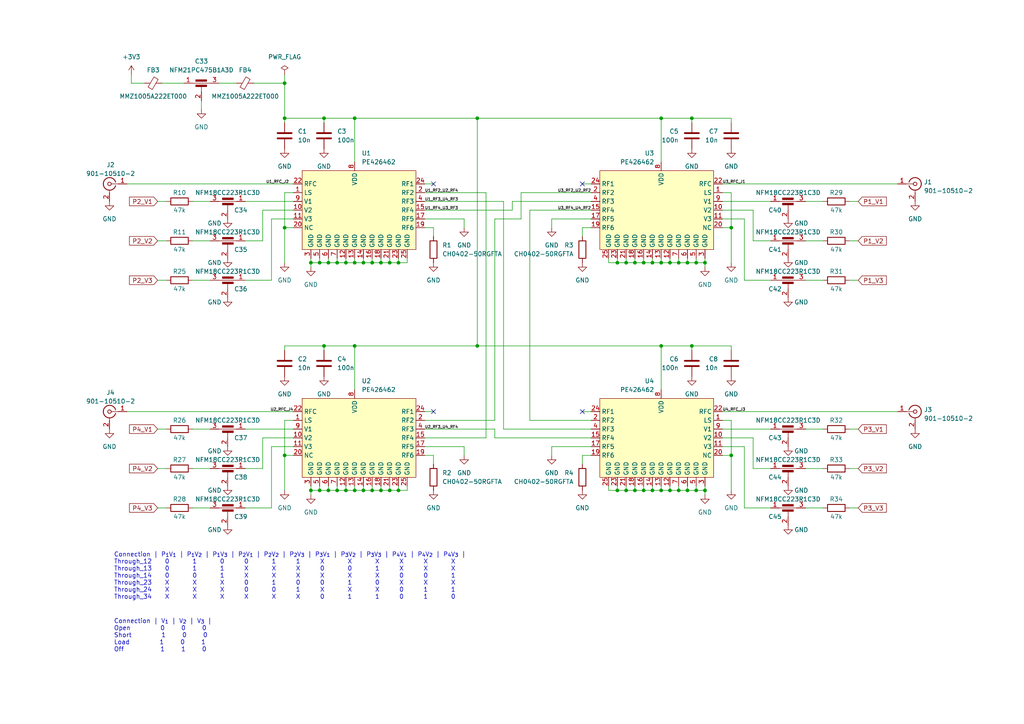
<source format=kicad_sch>
(kicad_sch (version 20231120) (generator "eeschema") (generator_version "8.0")
  (paper "A4")
  (title_block (title "LibreCAL") (date "2023-11-30") (rev "B"))
  (lib_symbols
    (symbol "Device:C" (pin_numbers hide) (pin_names (offset 0.254))
      (property "Reference" "C" (at 0.635 2.54 0))
      (property "Value" "C" (at 0.635 -2.54 0))
      (symbol "C_0_1"
        (polyline (pts (xy -2.032 -0.762) (xy 2.032 -0.762)) (stroke (width 0.508)))
        (polyline (pts (xy -2.032 0.762) (xy 2.032 0.762)) (stroke (width 0.508)))
      )
      (symbol "C_1_1"
        (pin passive line (at 0 3.81 270) (length 2.794) (name "~") (number "1"))
        (pin passive line (at 0 -3.81 90) (length 2.794) (name "~") (number "2"))
      )
    )
    (symbol "Device:C_Feedthrough" (pin_names (offset 0.254) hide)
      (property "Reference" "C" (at 0 7.62 0))
      (property "Value" "C_Feedthrough" (at 0 5.715 0))
      (symbol "C_Feedthrough_0_1"
        (rectangle (start -1.651 1.524) (end 1.524 2.032) (fill (type outline)))
        (polyline (pts (xy -2.54 2.54) (xy 2.54 2.54)))
        (polyline (pts (xy 0 0) (xy 0 1.778)))
        (rectangle (start 1.524 3.048) (end -1.651 3.556) (fill (type outline)))
      )
      (symbol "C_Feedthrough_1_1"
        (pin passive line (at -5.08 2.54 0) (length 2.54) (name "1") (number "1"))
        (pin passive line (at 0 -2.54 90) (length 2.54) (name "2") (number "2"))
        (pin passive line (at 5.08 2.54 180) (length 2.54) (name "3") (number "3"))
      )
    )
    (symbol "Device:FerriteBead_Small" (pin_numbers hide) (pin_names (offset 0))
      (property "Reference" "FB" (at 1.905 1.27 0))
      (property "Value" "FerriteBead_Small" (at 1.905 -1.27 0))
      (symbol "FerriteBead_Small_0_1"
        (polyline (pts (xy 0 -1.27) (xy 0 -0.7874)))
        (polyline (pts (xy 0 0.889) (xy 0 1.2954)))
        (polyline (pts (xy -1.8288 0.2794) (xy -1.1176 1.4986) (xy 1.8288 -0.2032) (xy 1.1176 -1.4224) (xy -1.8288 0.2794)))
      )
      (symbol "FerriteBead_Small_1_1"
        (pin passive line (at 0 2.54 270) (length 1.27) (name "~") (number "1"))
        (pin passive line (at 0 -2.54 90) (length 1.27) (name "~") (number "2"))
      )
    )
    (symbol "Device:R" (pin_numbers hide) (pin_names (offset 0))
      (property "Reference" "R" (at 2.032 0 90))
      (property "Value" "R" (at 0 0 90))
      (symbol "R_0_1"
        (rectangle (start -1.016 -2.54) (end 1.016 2.54) (stroke (width 0.254)))
      )
      (symbol "R_1_1"
        (pin passive line (at 0 3.81 270) (length 1.27) (name "~") (number "1"))
        (pin passive line (at 0 -3.81 90) (length 1.27) (name "~") (number "2"))
      )
    )
    (symbol "LibreCAL:901-10510-2" (pin_names (offset 1.016) hide)
      (property "Reference" "J" (at 0.254 3.048 0))
      (property "Value" "901-10510-2" (at 2.921 0 90))
      (symbol "901-10510-2_0_1"
        (arc (start -1.778 -0.508) (mid 0.2311 -1.8066) (end 1.778 0) (stroke (width 0.254)))
        (polyline (pts (xy -2.54 0) (xy -0.508 0)))
        (polyline (pts (xy 0 -2.54) (xy 0 -1.778)))
        (circle (center 0 0) (radius 0.508) (stroke (width 0.2032)))
        (arc (start 1.778 0) (mid 0.2099 1.8101) (end -1.778 0.508) (stroke (width 0.254)))
      )
      (symbol "901-10510-2_1_1"
        (pin passive line (at -5.08 0 0) (length 2.54) (name "In") (number "1"))
        (pin passive line (at 0 -5.08 90) (length 2.54) (name "Ext") (number "2"))
        (pin passive line (at 0 -5.08 90) (length 2.54) hide (name "Ext") (number "3"))
        (pin passive line (at 0 -5.08 90) (length 2.54) hide (name "Ext") (number "4"))
        (pin passive line (at 0 -5.08 90) (length 2.54) hide (name "Ext") (number "5"))
        (pin passive line (at 0 -5.08 90) (length 2.54) hide (name "Ext") (number "6"))
        (pin passive line (at 0 -5.08 90) (length 2.54) hide (name "Ext") (number "7"))
      )
    )
    (symbol "LibreCAL:PE426462"
      (property "Reference" "U" (at -13.97 10.16 0))
      (property "Value" "PE426462" (at 11.43 10.16 0))
      (symbol "PE426462_0_1"
        (rectangle (start -15.24 8.89) (end 17.78 -13.97) (fill (type background)))
      )
      (symbol "PE426462_1_1"
        (pin input line (at -17.78 2.54 0) (length 2.54) (name "LS") (number "1"))
        (pin input line (at -17.78 -2.54 0) (length 2.54) (name "V2") (number "10"))
        (pin input line (at -17.78 -5.08 0) (length 2.54) (name "V3") (number "11"))
        (pin power_in line (at -2.54 -16.51 90) (length 2.54) (name "GND") (number "12"))
        (pin power_in line (at 0 -16.51 90) (length 2.54) (name "GND") (number "13"))
        (pin power_in line (at 2.54 -16.51 90) (length 2.54) (name "GND") (number "14"))
        (pin bidirectional line (at 20.32 -2.54 180) (length 2.54) (name "RF4") (number "15"))
        (pin power_in line (at 5.08 -16.51 90) (length 2.54) (name "GND") (number "16"))
        (pin bidirectional line (at 20.32 -5.08 180) (length 2.54) (name "RF5") (number "17"))
        (pin power_in line (at 7.62 -16.51 90) (length 2.54) (name "GND") (number "18"))
        (pin bidirectional line (at 20.32 -7.62 180) (length 2.54) (name "RF6") (number "19"))
        (pin bidirectional line (at 20.32 2.54 180) (length 2.54) (name "RF2") (number "2"))
        (pin passive line (at -17.78 -7.62 0) (length 2.54) (name "NC") (number "20"))
        (pin power_in line (at 10.16 -16.51 90) (length 2.54) (name "GND") (number "21"))
        (pin bidirectional line (at -17.78 5.08 0) (length 2.54) (name "RFC") (number "22"))
        (pin power_in line (at 12.7 -16.51 90) (length 2.54) (name "GND") (number "23"))
        (pin bidirectional line (at 20.32 5.08 180) (length 2.54) (name "RF1") (number "24"))
        (pin power_in line (at 15.24 -16.51 90) (length 2.54) (name "GND") (number "25"))
        (pin power_in line (at -12.7 -16.51 90) (length 2.54) (name "GND") (number "3"))
        (pin bidirectional line (at 20.32 0 180) (length 2.54) (name "RF3") (number "4"))
        (pin power_in line (at -10.16 -16.51 90) (length 2.54) (name "GND") (number "5"))
        (pin power_in line (at -7.62 -16.51 90) (length 2.54) (name "GND") (number "6"))
        (pin power_in line (at -5.08 -16.51 90) (length 2.54) (name "GND") (number "7"))
        (pin power_in line (at 0 11.43 270) (length 2.54) (name "VDD") (number "8"))
        (pin input line (at -17.78 0 0) (length 2.54) (name "V1") (number "9"))
      )
    )
    (symbol "PE426462_1"
      (property "Reference" "U" (at -13.97 10.16 0))
      (property "Value" "PE426462_1" (at 11.43 10.16 0))
      (symbol "PE426462_1_0_1"
        (rectangle (start -15.24 8.89) (end 17.78 -13.97) (fill (type background)))
      )
      (symbol "PE426462_1_1_1"
        (pin input line (at -17.78 2.54 0) (length 2.54) (name "LS") (number "1"))
        (pin input line (at -17.78 -2.54 0) (length 2.54) (name "V2") (number "10"))
        (pin input line (at -17.78 -5.08 0) (length 2.54) (name "V3") (number "11"))
        (pin power_in line (at -2.54 -16.51 90) (length 2.54) (name "GND") (number "12"))
        (pin power_in line (at 0 -16.51 90) (length 2.54) (name "GND") (number "13"))
        (pin power_in line (at 2.54 -16.51 90) (length 2.54) (name "GND") (number "14"))
        (pin bidirectional line (at 20.32 -2.54 180) (length 2.54) (name "RF4") (number "15"))
        (pin power_in line (at 5.08 -16.51 90) (length 2.54) (name "GND") (number "16"))
        (pin bidirectional line (at 20.32 -5.08 180) (length 2.54) (name "RF5") (number "17"))
        (pin power_in line (at 7.62 -16.51 90) (length 2.54) (name "GND") (number "18"))
        (pin bidirectional line (at 20.32 -7.62 180) (length 2.54) (name "RF6") (number "19"))
        (pin bidirectional line (at 20.32 2.54 180) (length 2.54) (name "RF2") (number "2"))
        (pin passive line (at -17.78 -7.62 0) (length 2.54) (name "NC") (number "20"))
        (pin power_in line (at 10.16 -16.51 90) (length 2.54) (name "GND") (number "21"))
        (pin bidirectional line (at -17.78 5.08 0) (length 2.54) (name "RFC") (number "22"))
        (pin power_in line (at 12.7 -16.51 90) (length 2.54) (name "GND") (number "23"))
        (pin bidirectional line (at 20.32 5.08 180) (length 2.54) (name "RF1") (number "24"))
        (pin power_in line (at 15.24 -16.51 90) (length 2.54) (name "GND") (number "25"))
        (pin power_in line (at -12.7 -16.51 90) (length 2.54) (name "GND") (number "3"))
        (pin bidirectional line (at 20.32 0 180) (length 2.54) (name "RF3") (number "4"))
        (pin power_in line (at -10.16 -16.51 90) (length 2.54) (name "GND") (number "5"))
        (pin power_in line (at -7.62 -16.51 90) (length 2.54) (name "GND") (number "6"))
        (pin power_in line (at -5.08 -16.51 90) (length 2.54) (name "GND") (number "7"))
        (pin power_in line (at 0 11.43 270) (length 2.54) (name "VDD") (number "8"))
        (pin input line (at -17.78 0 0) (length 2.54) (name "V1") (number "9"))
      )
    )
    (symbol "PE426462_2"
      (property "Reference" "U" (at -13.97 10.16 0))
      (property "Value" "PE426462_2" (at 11.43 10.16 0))
      (symbol "PE426462_2_0_1"
        (rectangle (start -15.24 8.89) (end 17.78 -13.97) (fill (type background)))
      )
      (symbol "PE426462_2_1_1"
        (pin input line (at -17.78 2.54 0) (length 2.54) (name "LS") (number "1"))
        (pin input line (at -17.78 -2.54 0) (length 2.54) (name "V2") (number "10"))
        (pin input line (at -17.78 -5.08 0) (length 2.54) (name "V3") (number "11"))
        (pin power_in line (at -2.54 -16.51 90) (length 2.54) (name "GND") (number "12"))
        (pin power_in line (at 0 -16.51 90) (length 2.54) (name "GND") (number "13"))
        (pin power_in line (at 2.54 -16.51 90) (length 2.54) (name "GND") (number "14"))
        (pin bidirectional line (at 20.32 -2.54 180) (length 2.54) (name "RF4") (number "15"))
        (pin power_in line (at 5.08 -16.51 90) (length 2.54) (name "GND") (number "16"))
        (pin bidirectional line (at 20.32 -5.08 180) (length 2.54) (name "RF5") (number "17"))
        (pin power_in line (at 7.62 -16.51 90) (length 2.54) (name "GND") (number "18"))
        (pin bidirectional line (at 20.32 -7.62 180) (length 2.54) (name "RF6") (number "19"))
        (pin bidirectional line (at 20.32 2.54 180) (length 2.54) (name "RF2") (number "2"))
        (pin passive line (at -17.78 -7.62 0) (length 2.54) (name "NC") (number "20"))
        (pin power_in line (at 10.16 -16.51 90) (length 2.54) (name "GND") (number "21"))
        (pin bidirectional line (at -17.78 5.08 0) (length 2.54) (name "RFC") (number "22"))
        (pin power_in line (at 12.7 -16.51 90) (length 2.54) (name "GND") (number "23"))
        (pin bidirectional line (at 20.32 5.08 180) (length 2.54) (name "RF1") (number "24"))
        (pin power_in line (at 15.24 -16.51 90) (length 2.54) (name "GND") (number "25"))
        (pin power_in line (at -12.7 -16.51 90) (length 2.54) (name "GND") (number "3"))
        (pin bidirectional line (at 20.32 0 180) (length 2.54) (name "RF3") (number "4"))
        (pin power_in line (at -10.16 -16.51 90) (length 2.54) (name "GND") (number "5"))
        (pin power_in line (at -7.62 -16.51 90) (length 2.54) (name "GND") (number "6"))
        (pin power_in line (at -5.08 -16.51 90) (length 2.54) (name "GND") (number "7"))
        (pin power_in line (at 0 11.43 270) (length 2.54) (name "VDD") (number "8"))
        (pin input line (at -17.78 0 0) (length 2.54) (name "V1") (number "9"))
      )
    )
    (symbol "PE426462_3"
      (property "Reference" "U" (at -13.97 10.16 0))
      (property "Value" "PE426462_3" (at 11.43 10.16 0))
      (symbol "PE426462_3_0_1"
        (rectangle (start -15.24 8.89) (end 17.78 -13.97) (fill (type background)))
      )
      (symbol "PE426462_3_1_1"
        (pin input line (at -17.78 2.54 0) (length 2.54) (name "LS") (number "1"))
        (pin input line (at -17.78 -2.54 0) (length 2.54) (name "V2") (number "10"))
        (pin input line (at -17.78 -5.08 0) (length 2.54) (name "V3") (number "11"))
        (pin power_in line (at -2.54 -16.51 90) (length 2.54) (name "GND") (number "12"))
        (pin power_in line (at 0 -16.51 90) (length 2.54) (name "GND") (number "13"))
        (pin power_in line (at 2.54 -16.51 90) (length 2.54) (name "GND") (number "14"))
        (pin bidirectional line (at 20.32 -2.54 180) (length 2.54) (name "RF4") (number "15"))
        (pin power_in line (at 5.08 -16.51 90) (length 2.54) (name "GND") (number "16"))
        (pin bidirectional line (at 20.32 -5.08 180) (length 2.54) (name "RF5") (number "17"))
        (pin power_in line (at 7.62 -16.51 90) (length 2.54) (name "GND") (number "18"))
        (pin bidirectional line (at 20.32 -7.62 180) (length 2.54) (name "RF6") (number "19"))
        (pin bidirectional line (at 20.32 2.54 180) (length 2.54) (name "RF2") (number "2"))
        (pin passive line (at -17.78 -7.62 0) (length 2.54) (name "NC") (number "20"))
        (pin power_in line (at 10.16 -16.51 90) (length 2.54) (name "GND") (number "21"))
        (pin bidirectional line (at -17.78 5.08 0) (length 2.54) (name "RFC") (number "22"))
        (pin power_in line (at 12.7 -16.51 90) (length 2.54) (name "GND") (number "23"))
        (pin bidirectional line (at 20.32 5.08 180) (length 2.54) (name "RF1") (number "24"))
        (pin power_in line (at 15.24 -16.51 90) (length 2.54) (name "GND") (number "25"))
        (pin power_in line (at -12.7 -16.51 90) (length 2.54) (name "GND") (number "3"))
        (pin bidirectional line (at 20.32 0 180) (length 2.54) (name "RF3") (number "4"))
        (pin power_in line (at -10.16 -16.51 90) (length 2.54) (name "GND") (number "5"))
        (pin power_in line (at -7.62 -16.51 90) (length 2.54) (name "GND") (number "6"))
        (pin power_in line (at -5.08 -16.51 90) (length 2.54) (name "GND") (number "7"))
        (pin power_in line (at 0 11.43 270) (length 2.54) (name "VDD") (number "8"))
        (pin input line (at -17.78 0 0) (length 2.54) (name "V1") (number "9"))
      )
    )
    (symbol "power:+3V3" (power) (pin_names (offset 0))
      (property "Value" "+3V3" (at 0 3.556 0))
      (symbol "+3V3_0_1"
        (polyline (pts (xy -0.762 1.27) (xy 0 2.54)))
        (polyline (pts (xy 0 0) (xy 0 2.54)))
        (polyline (pts (xy 0 2.54) (xy 0.762 1.27)))
      )
      (symbol "+3V3_1_1"
        (pin power_in line (at 0 0 90) (length 0) hide (name "+3V3") (number "1"))
      )
    )
    (symbol "power:GND" (power) (pin_names (offset 0))
      (property "Value" "GND" (at 0 -3.81 0))
      (symbol "GND_0_1"
        (polyline (pts (xy 0 0) (xy 0 -1.27) (xy 1.27 -1.27) (xy 0 -2.54) (xy -1.27 -1.27) (xy 0 -1.27)))
      )
      (symbol "GND_1_1"
        (pin power_in line (at 0 0 270) (length 0) hide (name "GND") (number "1"))
      )
    )
    (symbol "power:PWR_FLAG" (power) (pin_numbers hide) (pin_names (offset 0) hide)
      (property "Value" "PWR_FLAG" (at 0 3.81 0))
      (symbol "PWR_FLAG_0_0"
        (pin power_out line (at 0 0 90) (length 0) (name "pwr") (number "1"))
      )
      (symbol "PWR_FLAG_0_1"
        (polyline (pts (xy 0 0) (xy 0 1.27) (xy -1.016 1.905) (xy 0 2.54) (xy 1.016 1.905) (xy 0 1.27)))
      )
    )
  )
  (junction (at 113.03 142.24))
  (junction (at 194.31 142.24))
  (junction (at 105.41 142.24))
  (junction (at 191.77 142.24))
  (junction (at 113.03 76.2))
  (junction (at 200.66 100.33))
  (junction (at 194.31 76.2))
  (junction (at 201.93 142.24))
  (junction (at 97.79 76.2))
  (junction (at 191.77 34.29))
  (junction (at 191.77 76.2))
  (junction (at 204.47 76.2))
  (junction (at 93.98 100.33))
  (junction (at 189.23 142.24))
  (junction (at 102.87 142.24))
  (junction (at 199.39 142.24))
  (junction (at 82.55 66.04))
  (junction (at 204.47 142.24))
  (junction (at 107.95 76.2))
  (junction (at 102.87 76.2))
  (junction (at 100.33 142.24))
  (junction (at 82.55 34.29))
  (junction (at 196.85 76.2))
  (junction (at 110.49 142.24))
  (junction (at 184.15 76.2))
  (junction (at 115.57 76.2))
  (junction (at 95.25 142.24))
  (junction (at 110.49 76.2))
  (junction (at 191.77 100.33))
  (junction (at 212.09 66.04))
  (junction (at 199.39 76.2))
  (junction (at 181.61 142.24))
  (junction (at 138.43 34.29))
  (junction (at 102.87 34.29))
  (junction (at 93.98 34.29))
  (junction (at 95.25 76.2))
  (junction (at 186.69 76.2))
  (junction (at 189.23 76.2))
  (junction (at 82.55 24.13))
  (junction (at 82.55 132.08))
  (junction (at 201.93 76.2))
  (junction (at 92.71 76.2))
  (junction (at 181.61 76.2))
  (junction (at 90.17 142.24))
  (junction (at 102.87 100.33))
  (junction (at 200.66 34.29))
  (junction (at 138.43 100.33))
  (junction (at 105.41 76.2))
  (junction (at 186.69 142.24))
  (junction (at 90.17 76.2))
  (junction (at 97.79 142.24))
  (junction (at 115.57 142.24))
  (junction (at 196.85 142.24))
  (junction (at 107.95 142.24))
  (junction (at 100.33 76.2))
  (junction (at 184.15 142.24))
  (junction (at 212.09 132.08))
  (junction (at 179.07 142.24))
  (junction (at 179.07 76.2))
  (junction (at 92.71 142.24))
  (no_connect (at 168.91 53.34))
  (no_connect (at 168.91 119.38))
  (no_connect (at 125.73 53.34))
  (no_connect (at 125.73 119.38))
  (wire (pts (xy 95.25 74.93) (xy 95.25 76.2)))
  (wire (pts (xy 209.55 129.54) (xy 215.9 129.54)))
  (wire (pts (xy 85.09 55.88) (xy 82.55 55.88)))
  (wire (pts (xy 118.11 74.93) (xy 118.11 76.2)))
  (wire (pts (xy 200.66 100.33) (xy 191.77 100.33)))
  (wire (pts (xy 113.03 74.93) (xy 113.03 76.2)))
  (wire (pts (xy 82.55 101.6) (xy 82.55 100.33)))
  (wire (pts (xy 85.09 124.46) (xy 71.12 124.46)))
  (wire (pts (xy 78.74 63.5) (xy 78.74 81.28)))
  (wire (pts (xy 123.19 124.46) (xy 143.51 124.46)))
  (wire (pts (xy 60.96 147.32) (xy 55.88 147.32)))
  (wire (pts (xy 48.26 58.42) (xy 45.72 58.42)))
  (wire (pts (xy 107.95 142.24) (xy 105.41 142.24)))
  (wire (pts (xy 199.39 142.24) (xy 201.93 142.24)))
  (wire (pts (xy 123.19 119.38) (xy 125.73 119.38)))
  (wire (pts (xy 93.98 34.29) (xy 93.98 35.56)))
  (wire (pts (xy 201.93 140.97) (xy 201.93 142.24)))
  (wire (pts (xy 123.19 129.54) (xy 134.62 129.54)))
  (wire (pts (xy 82.55 35.56) (xy 82.55 34.29)))
  (wire (pts (xy 85.09 121.92) (xy 82.55 121.92)))
  (wire (pts (xy 168.91 132.08) (xy 168.91 134.62)))
  (wire (pts (xy 115.57 76.2) (xy 113.03 76.2)))
  (wire (pts (xy 194.31 76.2) (xy 196.85 76.2)))
  (wire (pts (xy 85.09 58.42) (xy 71.12 58.42)))
  (wire (pts (xy 176.53 140.97) (xy 176.53 142.24)))
  (wire (pts (xy 100.33 74.93) (xy 100.33 76.2)))
  (wire (pts (xy 148.59 58.42) (xy 171.45 58.42)))
  (wire (pts (xy 85.09 129.54) (xy 78.74 129.54)))
  (wire (pts (xy 60.96 135.89) (xy 55.88 135.89)))
  (wire (pts (xy 107.95 140.97) (xy 107.95 142.24)))
  (wire (pts (xy 209.55 63.5) (xy 215.9 63.5)))
  (wire (pts (xy 105.41 140.97) (xy 105.41 142.24)))
  (wire (pts (xy 196.85 140.97) (xy 196.85 142.24)))
  (wire (pts (xy 60.96 69.85) (xy 55.88 69.85)))
  (wire (pts (xy 171.45 60.96) (xy 153.67 60.96)))
  (wire (pts (xy 171.45 55.88) (xy 151.13 55.88)))
  (wire (pts (xy 82.55 132.08) (xy 85.09 132.08)))
  (wire (pts (xy 113.03 76.2) (xy 110.49 76.2)))
  (wire (pts (xy 186.69 74.93) (xy 186.69 76.2)))
  (wire (pts (xy 82.55 66.04) (xy 85.09 66.04)))
  (wire (pts (xy 191.77 34.29) (xy 191.77 46.99)))
  (wire (pts (xy 176.53 142.24) (xy 179.07 142.24)))
  (wire (pts (xy 93.98 100.33) (xy 93.98 101.6)))
  (wire (pts (xy 201.93 74.93) (xy 201.93 76.2)))
  (wire (pts (xy 63.5 24.13) (xy 68.58 24.13)))
  (wire (pts (xy 82.55 55.88) (xy 82.55 66.04)))
  (wire (pts (xy 78.74 129.54) (xy 78.74 147.32)))
  (wire (pts (xy 105.41 142.24) (xy 102.87 142.24)))
  (wire (pts (xy 76.2 127) (xy 76.2 135.89)))
  (wire (pts (xy 123.19 121.92) (xy 143.51 121.92)))
  (wire (pts (xy 218.44 135.89) (xy 223.52 135.89)))
  (wire (pts (xy 212.09 66.04) (xy 212.09 76.2)))
  (wire (pts (xy 82.55 21.59) (xy 82.55 24.13)))
  (wire (pts (xy 138.43 100.33) (xy 138.43 34.29)))
  (wire (pts (xy 212.09 55.88) (xy 212.09 66.04)))
  (wire (pts (xy 181.61 76.2) (xy 184.15 76.2)))
  (wire (pts (xy 118.11 76.2) (xy 115.57 76.2)))
  (wire (pts (xy 189.23 142.24) (xy 191.77 142.24)))
  (wire (pts (xy 179.07 76.2) (xy 181.61 76.2)))
  (wire (pts (xy 212.09 101.6) (xy 212.09 100.33)))
  (wire (pts (xy 209.55 58.42) (xy 223.52 58.42)))
  (wire (pts (xy 82.55 66.04) (xy 82.55 76.2)))
  (wire (pts (xy 143.51 121.92) (xy 143.51 63.5)))
  (wire (pts (xy 102.87 74.93) (xy 102.87 76.2)))
  (wire (pts (xy 76.2 60.96) (xy 76.2 69.85)))
  (wire (pts (xy 85.09 127) (xy 76.2 127)))
  (wire (pts (xy 181.61 140.97) (xy 181.61 142.24)))
  (wire (pts (xy 95.25 140.97) (xy 95.25 142.24)))
  (wire (pts (xy 60.96 81.28) (xy 55.88 81.28)))
  (wire (pts (xy 143.51 124.46) (xy 143.51 127)))
  (wire (pts (xy 209.55 60.96) (xy 218.44 60.96)))
  (wire (pts (xy 138.43 34.29) (xy 102.87 34.29)))
  (wire (pts (xy 100.33 76.2) (xy 97.79 76.2)))
  (wire (pts (xy 102.87 76.2) (xy 100.33 76.2)))
  (wire (pts (xy 191.77 76.2) (xy 194.31 76.2)))
  (wire (pts (xy 92.71 76.2) (xy 90.17 76.2)))
  (wire (pts (xy 218.44 127) (xy 218.44 135.89)))
  (wire (pts (xy 186.69 142.24) (xy 189.23 142.24)))
  (wire (pts (xy 201.93 142.24) (xy 204.47 142.24)))
  (wire (pts (xy 60.96 58.42) (xy 55.88 58.42)))
  (wire (pts (xy 168.91 66.04) (xy 168.91 68.58)))
  (wire (pts (xy 140.97 127) (xy 123.19 127)))
  (wire (pts (xy 48.26 81.28) (xy 45.72 81.28)))
  (wire (pts (xy 102.87 34.29) (xy 102.87 46.99)))
  (wire (pts (xy 246.38 58.42) (xy 248.92 58.42)))
  (wire (pts (xy 194.31 74.93) (xy 194.31 76.2)))
  (wire (pts (xy 189.23 140.97) (xy 189.23 142.24)))
  (wire (pts (xy 123.19 66.04) (xy 125.73 66.04)))
  (wire (pts (xy 41.91 24.13) (xy 38.1 24.13)))
  (wire (pts (xy 218.44 60.96) (xy 218.44 69.85)))
  (wire (pts (xy 143.51 127) (xy 171.45 127)))
  (wire (pts (xy 123.19 63.5) (xy 134.62 63.5)))
  (wire (pts (xy 246.38 135.89) (xy 248.92 135.89)))
  (wire (pts (xy 209.55 66.04) (xy 212.09 66.04)))
  (wire (pts (xy 191.77 100.33) (xy 191.77 113.03)))
  (wire (pts (xy 181.61 74.93) (xy 181.61 76.2)))
  (wire (pts (xy 125.73 132.08) (xy 125.73 134.62)))
  (wire (pts (xy 171.45 53.34) (xy 168.91 53.34)))
  (wire (pts (xy 246.38 124.46) (xy 248.92 124.46)))
  (wire (pts (xy 97.79 140.97) (xy 97.79 142.24)))
  (wire (pts (xy 93.98 100.33) (xy 102.87 100.33)))
  (wire (pts (xy 113.03 140.97) (xy 113.03 142.24)))
  (wire (pts (xy 186.69 140.97) (xy 186.69 142.24)))
  (wire (pts (xy 95.25 142.24) (xy 92.71 142.24)))
  (wire (pts (xy 233.68 58.42) (xy 238.76 58.42)))
  (wire (pts (xy 48.26 147.32) (xy 45.72 147.32)))
  (wire (pts (xy 209.55 53.34) (xy 260.35 53.34)))
  (wire (pts (xy 233.68 69.85) (xy 238.76 69.85)))
  (wire (pts (xy 146.05 58.42) (xy 146.05 124.46)))
  (wire (pts (xy 115.57 140.97) (xy 115.57 142.24)))
  (wire (pts (xy 189.23 76.2) (xy 191.77 76.2)))
  (wire (pts (xy 78.74 147.32) (xy 71.12 147.32)))
  (wire (pts (xy 82.55 132.08) (xy 82.55 142.24)))
  (wire (pts (xy 85.09 119.38) (xy 36.83 119.38)))
  (wire (pts (xy 134.62 63.5) (xy 134.62 66.04)))
  (wire (pts (xy 143.51 63.5) (xy 151.13 63.5)))
  (wire (pts (xy 233.68 135.89) (xy 238.76 135.89)))
  (wire (pts (xy 48.26 135.89) (xy 45.72 135.89)))
  (wire (pts (xy 60.96 124.46) (xy 55.88 124.46)))
  (wire (pts (xy 100.33 140.97) (xy 100.33 142.24)))
  (wire (pts (xy 204.47 74.93) (xy 204.47 76.2)))
  (wire (pts (xy 212.09 35.56) (xy 212.09 34.29)))
  (wire (pts (xy 212.09 100.33) (xy 200.66 100.33)))
  (wire (pts (xy 194.31 142.24) (xy 196.85 142.24)))
  (wire (pts (xy 85.09 63.5) (xy 78.74 63.5)))
  (wire (pts (xy 134.62 129.54) (xy 134.62 132.08)))
  (wire (pts (xy 38.1 24.13) (xy 38.1 21.59)))
  (wire (pts (xy 85.09 60.96) (xy 76.2 60.96)))
  (wire (pts (xy 209.55 124.46) (xy 223.52 124.46)))
  (wire (pts (xy 92.71 140.97) (xy 92.71 142.24)))
  (wire (pts (xy 90.17 74.93) (xy 90.17 76.2)))
  (wire (pts (xy 191.77 142.24) (xy 194.31 142.24)))
  (wire (pts (xy 215.9 147.32) (xy 223.52 147.32)))
  (wire (pts (xy 123.19 60.96) (xy 148.59 60.96)))
  (wire (pts (xy 151.13 55.88) (xy 151.13 63.5)))
  (wire (pts (xy 90.17 142.24) (xy 90.17 143.51)))
  (wire (pts (xy 102.87 140.97) (xy 102.87 142.24)))
  (wire (pts (xy 218.44 69.85) (xy 223.52 69.85)))
  (wire (pts (xy 153.67 121.92) (xy 171.45 121.92)))
  (wire (pts (xy 90.17 76.2) (xy 90.17 77.47)))
  (wire (pts (xy 82.55 100.33) (xy 93.98 100.33)))
  (wire (pts (xy 160.02 63.5) (xy 160.02 66.04)))
  (wire (pts (xy 233.68 124.46) (xy 238.76 124.46)))
  (wire (pts (xy 105.41 76.2) (xy 102.87 76.2)))
  (wire (pts (xy 97.79 76.2) (xy 95.25 76.2)))
  (wire (pts (xy 46.99 24.13) (xy 53.34 24.13)))
  (wire (pts (xy 102.87 100.33) (xy 102.87 113.03)))
  (wire (pts (xy 125.73 66.04) (xy 125.73 68.58)))
  (wire (pts (xy 146.05 124.46) (xy 171.45 124.46)))
  (wire (pts (xy 204.47 142.24) (xy 204.47 143.51)))
  (wire (pts (xy 215.9 129.54) (xy 215.9 147.32)))
  (wire (pts (xy 212.09 132.08) (xy 212.09 142.24)))
  (wire (pts (xy 191.77 140.97) (xy 191.77 142.24)))
  (wire (pts (xy 189.23 74.93) (xy 189.23 76.2)))
  (wire (pts (xy 209.55 132.08) (xy 212.09 132.08)))
  (wire (pts (xy 246.38 69.85) (xy 248.92 69.85)))
  (wire (pts (xy 90.17 140.97) (xy 90.17 142.24)))
  (wire (pts (xy 200.66 34.29) (xy 191.77 34.29)))
  (wire (pts (xy 212.09 121.92) (xy 212.09 132.08)))
  (wire (pts (xy 48.26 69.85) (xy 45.72 69.85)))
  (wire (pts (xy 92.71 74.93) (xy 92.71 76.2)))
  (wire (pts (xy 184.15 74.93) (xy 184.15 76.2)))
  (wire (pts (xy 110.49 74.93) (xy 110.49 76.2)))
  (wire (pts (xy 215.9 63.5) (xy 215.9 81.28)))
  (wire (pts (xy 148.59 58.42) (xy 148.59 60.96)))
  (wire (pts (xy 123.19 53.34) (xy 125.73 53.34)))
  (wire (pts (xy 138.43 34.29) (xy 191.77 34.29)))
  (wire (pts (xy 171.45 66.04) (xy 168.91 66.04)))
  (wire (pts (xy 110.49 140.97) (xy 110.49 142.24)))
  (wire (pts (xy 209.55 55.88) (xy 212.09 55.88)))
  (wire (pts (xy 102.87 142.24) (xy 100.33 142.24)))
  (wire (pts (xy 200.66 100.33) (xy 200.66 101.6)))
  (wire (pts (xy 233.68 147.32) (xy 238.76 147.32)))
  (wire (pts (xy 181.61 142.24) (xy 184.15 142.24)))
  (wire (pts (xy 171.45 129.54) (xy 160.02 129.54)))
  (wire (pts (xy 58.42 29.21) (xy 58.42 31.75)))
  (wire (pts (xy 179.07 74.93) (xy 179.07 76.2)))
  (wire (pts (xy 209.55 119.38) (xy 260.35 119.38)))
  (wire (pts (xy 176.53 74.93) (xy 176.53 76.2)))
  (wire (pts (xy 176.53 76.2) (xy 179.07 76.2)))
  (wire (pts (xy 199.39 140.97) (xy 199.39 142.24)))
  (wire (pts (xy 92.71 142.24) (xy 90.17 142.24)))
  (wire (pts (xy 107.95 76.2) (xy 105.41 76.2)))
  (wire (pts (xy 110.49 76.2) (xy 107.95 76.2)))
  (wire (pts (xy 118.11 142.24) (xy 115.57 142.24)))
  (wire (pts (xy 191.77 74.93) (xy 191.77 76.2)))
  (wire (pts (xy 97.79 142.24) (xy 95.25 142.24)))
  (wire (pts (xy 123.19 55.88) (xy 140.97 55.88)))
  (wire (pts (xy 100.33 142.24) (xy 97.79 142.24)))
  (wire (pts (xy 105.41 74.93) (xy 105.41 76.2)))
  (wire (pts (xy 194.31 140.97) (xy 194.31 142.24)))
  (wire (pts (xy 107.95 74.93) (xy 107.95 76.2)))
  (wire (pts (xy 82.55 24.13) (xy 82.55 34.29)))
  (wire (pts (xy 140.97 55.88) (xy 140.97 127)))
  (wire (pts (xy 138.43 100.33) (xy 191.77 100.33)))
  (wire (pts (xy 73.66 24.13) (xy 82.55 24.13)))
  (wire (pts (xy 184.15 140.97) (xy 184.15 142.24)))
  (wire (pts (xy 160.02 129.54) (xy 160.02 132.08)))
  (wire (pts (xy 204.47 140.97) (xy 204.47 142.24)))
  (wire (pts (xy 102.87 100.33) (xy 138.43 100.33)))
  (wire (pts (xy 209.55 127) (xy 218.44 127)))
  (wire (pts (xy 48.26 124.46) (xy 45.72 124.46)))
  (wire (pts (xy 186.69 76.2) (xy 189.23 76.2)))
  (wire (pts (xy 115.57 142.24) (xy 113.03 142.24)))
  (wire (pts (xy 76.2 69.85) (xy 71.12 69.85)))
  (wire (pts (xy 97.79 74.93) (xy 97.79 76.2)))
  (wire (pts (xy 246.38 147.32) (xy 248.92 147.32)))
  (wire (pts (xy 184.15 76.2) (xy 186.69 76.2)))
  (wire (pts (xy 93.98 34.29) (xy 102.87 34.29)))
  (wire (pts (xy 200.66 34.29) (xy 200.66 35.56)))
  (wire (pts (xy 153.67 60.96) (xy 153.67 121.92)))
  (wire (pts (xy 115.57 74.93) (xy 115.57 76.2)))
  (wire (pts (xy 76.2 135.89) (xy 71.12 135.89)))
  (wire (pts (xy 184.15 142.24) (xy 186.69 142.24)))
  (wire (pts (xy 171.45 132.08) (xy 168.91 132.08)))
  (wire (pts (xy 78.74 81.28) (xy 71.12 81.28)))
  (wire (pts (xy 212.09 34.29) (xy 200.66 34.29)))
  (wire (pts (xy 215.9 81.28) (xy 223.52 81.28)))
  (wire (pts (xy 85.09 53.34) (xy 36.83 53.34)))
  (wire (pts (xy 204.47 76.2) (xy 204.47 77.47)))
  (wire (pts (xy 199.39 74.93) (xy 199.39 76.2)))
  (wire (pts (xy 209.55 121.92) (xy 212.09 121.92)))
  (wire (pts (xy 82.55 34.29) (xy 93.98 34.29)))
  (wire (pts (xy 110.49 142.24) (xy 107.95 142.24)))
  (wire (pts (xy 179.07 140.97) (xy 179.07 142.24)))
  (wire (pts (xy 246.38 81.28) (xy 248.92 81.28)))
  (wire (pts (xy 95.25 76.2) (xy 92.71 76.2)))
  (wire (pts (xy 179.07 142.24) (xy 181.61 142.24)))
  (wire (pts (xy 196.85 76.2) (xy 199.39 76.2)))
  (wire (pts (xy 113.03 142.24) (xy 110.49 142.24)))
  (wire (pts (xy 196.85 74.93) (xy 196.85 76.2)))
  (wire (pts (xy 118.11 140.97) (xy 118.11 142.24)))
  (wire (pts (xy 199.39 76.2) (xy 201.93 76.2)))
  (wire (pts (xy 171.45 63.5) (xy 160.02 63.5)))
  (wire (pts (xy 171.45 119.38) (xy 168.91 119.38)))
  (wire (pts (xy 123.19 58.42) (xy 146.05 58.42)))
  (wire (pts (xy 233.68 81.28) (xy 238.76 81.28)))
  (wire (pts (xy 82.55 121.92) (xy 82.55 132.08)))
  (wire (pts (xy 196.85 142.24) (xy 199.39 142.24)))
  (wire (pts (xy 123.19 132.08) (xy 125.73 132.08)))
  (wire (pts (xy 201.93 76.2) (xy 204.47 76.2)))
  (text "Connection | P_{1}V_{1} | P_{1}V_{2} | P_{1}V_{3} | P_{2}V_{1} | P_{2}V_{2} | P_{2}V_{3} | P_{3}V_{1} | P_{3}V_{2} | P_{3}V_{3} | P_{4}V_{1} | P_{4}V_{2} | P_{4}V_{3} |\nThrough_12    0       1       0      0       1      1      X       X       X      X      X       X    \nThrough_13    0       1       1      X       X      X      0       0       1      X      X       X    \nThrough_14    0       0       1      X       X      X      X       X       X      0      0       1    \nThrough_23    X       X       X      0       1      0      0       1       0      X      X       X    \nThrough_24    X       X       X      0       0      1      X       X       X      0      1       1    \nThrough_34    X       X       X      X       X      X      0       1       1      0      1       0    " (at 33.02 173.99 0) (effects (font (size 1.27 1.27)) (justify left bottom)))
  (text "Connection | V_{1} | V_{2} | V_{3} |\nOpen         0     0     0 \nShort         1     0     0 \nLoad         1     0     1\nOff           1     1     0 " (at 33.02 189.23 0) (effects (font (size 1.27 1.27)) (justify left bottom)))
  (label "U1_RFC_J2" (at 83.82 53.34 180) (effects (font (size 0.8 0.8))))
  (label "U3_RF4_U4_RF2" (at 171.45 60.96 180) (effects (font (size 0.8 0.8))))
  (label "U1_RF2_U2_RF4" (at 123.19 55.88 0) (effects (font (size 0.8 0.8))))
  (label "U4_RFC_J3" (at 209.55 119.38 0) (effects (font (size 0.8 0.8))))
  (label "U3_RFC_J1" (at 209.55 53.34 0) (effects (font (size 0.8 0.8))))
  (label "U3_RF2_U2_RF2" (at 171.45 55.88 180) (effects (font (size 0.8 0.8))))
  (label "U2_RFC_J4" (at 85.09 119.38 180) (effects (font (size 0.8 0.8))))
  (label "U2_RF3_U4_RF4" (at 123.19 124.46 0) (effects (font (size 0.8 0.8))))
  (label "U1_RF3_U4_RF3" (at 123.19 58.42 0) (effects (font (size 0.8 0.8))))
  (label "U1_RF4_U3_RF3" (at 123.19 60.96 0) (effects (font (size 0.8 0.8))))
  (global_label "P4_V3" (shape input) (at 45.72 147.32 180) (property "Intersheetrefs" "${INTERSHEET_REFS}" (effects (hide yes))))
  (global_label "P1_V3" (shape input) (at 248.92 81.28 0) (property "Intersheetrefs" "${INTERSHEET_REFS}" (effects (hide yes))))
  (global_label "P2_V1" (shape input) (at 45.72 58.42 180) (property "Intersheetrefs" "${INTERSHEET_REFS}" (effects (hide yes))))
  (global_label "P4_V1" (shape input) (at 45.72 124.46 180) (property "Intersheetrefs" "${INTERSHEET_REFS}" (effects (hide yes))))
  (global_label "P2_V3" (shape input) (at 45.72 81.28 180) (property "Intersheetrefs" "${INTERSHEET_REFS}" (effects (hide yes))))
  (global_label "P3_V2" (shape input) (at 248.92 135.89 0) (property "Intersheetrefs" "${INTERSHEET_REFS}" (effects (hide yes))))
  (global_label "P3_V3" (shape input) (at 248.92 147.32 0) (property "Intersheetrefs" "${INTERSHEET_REFS}" (effects (hide yes))))
  (global_label "P2_V2" (shape input) (at 45.72 69.85 180) (property "Intersheetrefs" "${INTERSHEET_REFS}" (effects (hide yes))))
  (global_label "P3_V1" (shape input) (at 248.92 124.46 0) (property "Intersheetrefs" "${INTERSHEET_REFS}" (effects (hide yes))))
  (global_label "P1_V2" (shape input) (at 248.92 69.85 0) (property "Intersheetrefs" "${INTERSHEET_REFS}" (effects (hide yes))))
  (global_label "P4_V2" (shape input) (at 45.72 135.89 180) (property "Intersheetrefs" "${INTERSHEET_REFS}" (effects (hide yes))))
  (global_label "P1_V1" (shape input) (at 248.92 58.42 0) (property "Intersheetrefs" "${INTERSHEET_REFS}" (effects (hide yes))))
  (symbol (lib_id "Device:R") (at 242.57 147.32 270) (mirror x) (unit 1)
    (property "Reference" "R34" (at 242.57 144.78 90))
    (property "Value" "47k" (at 242.57 149.86 90))
    (property "Footprint" "Resistor_SMD:R_0402_1005Metric" (effects (hide yes)))
    (property "LCSC_Part" "C144757" (effects (hide yes)))
  )
  (symbol (lib_id "Device:R") (at 168.91 72.39 0) (mirror y) (unit 1)
    (property "Reference" "R3" (at 166.37 71.1199 0) (effects (justify left)))
    (property "Value" "CH0402-50RGFTA" (at 166.37 73.6599 0) (effects (justify left)))
    (property "Footprint" "Resistor_SMD:R_0402_1005Metric" (effects (hide yes)))
    (property "LCSC_Part" "C5349731" (effects (hide yes)))
  )
  (symbol (lib_id "Device:C") (at 212.09 39.37 0) (mirror y) (unit 1)
    (property "Reference" "C7" (at 208.28 38.0999 0) (effects (justify left)))
    (property "Value" "10n" (at 208.28 40.6399 0) (effects (justify left)))
    (property "Footprint" "Capacitor_SMD:C_0402_1005Metric" (effects (hide yes)))
    (property "LCSC_Part" "C15195" (effects (hide yes)))
  )
  (symbol (lib_id "power:GND") (at 200.66 43.18 0) (mirror y) (unit 1)
    (property "Reference" "#PWR027" (effects (hide yes)))
    (property "Value" "GND" (at 200.66 48.26 0))
  )
  (symbol (lib_id "power:GND") (at 200.66 109.22 0) (mirror y) (unit 1)
    (property "Reference" "#PWR028" (effects (hide yes)))
    (property "Value" "GND" (at 200.66 114.3 0))
  )
  (symbol (lib_id "power:GND") (at 204.47 143.51 0) (mirror y) (unit 1)
    (property "Reference" "#PWR030" (effects (hide yes)))
    (property "Value" "GND" (at 204.47 148.59 0))
  )
  (symbol (lib_name "PE426462_2") (lib_id "LibreCAL:PE426462") (at 102.87 124.46 0) (unit 1)
    (property "Reference" "U2" (at 104.8894 110.49 0) (effects (justify left)))
    (property "Value" "PE426462" (at 104.8894 113.03 0) (effects (justify left)))
    (property "Footprint" "Package_DFN_QFN:QFN-24-1EP_4x4mm_P0.5mm_EP2.7x2.7mm" (effects (hide yes)))
    (property "Datasheet" "https://www.psemi.com/pdf/datasheets/pe426462ds.pdf" (effects (hide yes)))
    (property "LCSC_Part" "C5349078" (effects (hide yes)))
  )
  (symbol (lib_id "power:GND") (at 160.02 132.08 0) (mirror y) (unit 1)
    (property "Reference" "#PWR022" (effects (hide yes)))
    (property "Value" "GND" (at 160.02 137.16 0))
  )
  (symbol (lib_id "Device:R") (at 52.07 124.46 90) (unit 1)
    (property "Reference" "R26" (at 52.07 121.92 90))
    (property "Value" "47k" (at 52.07 127 90))
    (property "Footprint" "Resistor_SMD:R_0402_1005Metric" (effects (hide yes)))
    (property "LCSC_Part" "C144757" (effects (hide yes)))
  )
  (symbol (lib_id "Device:C_Feedthrough") (at 228.6 127 0) (unit 1)
    (property "Reference" "C43" (at 224.79 127 0))
    (property "Value" "NFM18CC223R1C3D" (at 228.6 121.92 0))
    (property "Footprint" "LibreCAL:NFM18CC" (effects (hide yes)))
    (property "LCSC_Part" "C98102" (effects (hide yes)))
  )
  (symbol (lib_id "power:GND") (at 66.04 129.54 0) (unit 1)
    (property "Reference" "#PWR0107" (effects (hide yes)))
    (property "Value" "GND" (at 62.23 130.81 0))
  )
  (symbol (lib_id "power:GND") (at 228.6 129.54 0) (mirror y) (unit 1)
    (property "Reference" "#PWR0113" (effects (hide yes)))
    (property "Value" "GND" (at 232.41 130.81 0))
  )
  (symbol (lib_id "Device:C_Feedthrough") (at 228.6 60.96 0) (unit 1)
    (property "Reference" "C40" (at 224.79 60.96 0))
    (property "Value" "NFM18CC223R1C3D" (at 228.6 55.88 0))
    (property "Footprint" "LibreCAL:NFM18CC" (effects (hide yes)))
    (property "LCSC_Part" "C98102" (effects (hide yes)))
  )
  (symbol (lib_id "power:GND") (at 134.62 132.08 0) (unit 1)
    (property "Reference" "#PWR020" (effects (hide yes)))
    (property "Value" "GND" (at 134.62 137.16 0))
  )
  (symbol (lib_id "LibreCAL:901-10510-2") (at 265.43 119.38 0) (unit 1)
    (property "Reference" "J3" (at 267.9701 118.8385 0) (effects (justify left)))
    (property "Value" "901-10510-2" (at 267.9701 121.3754 0) (effects (justify left)))
    (property "Footprint" "LibreCAL:901-10510-2" (effects (hide yes)))
    (property "Datasheet" "https://www.amphenolrf.com/library/download/link/link_id/593470/parent/901-10510-2/" (effects (hide yes)))
    (property "LCSC_Part" "C3172623" (effects (hide yes)))
  )
  (symbol (lib_id "Device:C_Feedthrough") (at 228.6 149.86 0) (unit 1)
    (property "Reference" "C45" (at 224.79 149.86 0))
    (property "Value" "NFM18CC223R1C3D" (at 228.6 144.78 0))
    (property "Footprint" "LibreCAL:NFM18CC" (effects (hide yes)))
    (property "LCSC_Part" "C98102" (effects (hide yes)))
  )
  (symbol (lib_id "Device:C") (at 82.55 39.37 0) (unit 1)
    (property "Reference" "C1" (at 86.36 38.0999 0) (effects (justify left)))
    (property "Value" "10n" (at 86.36 40.6399 0) (effects (justify left)))
    (property "Footprint" "Capacitor_SMD:C_0402_1005Metric" (effects (hide yes)))
    (property "LCSC_Part" "C15195" (effects (hide yes)))
  )
  (symbol (lib_id "power:GND") (at 160.02 66.04 0) (mirror y) (unit 1)
    (property "Reference" "#PWR021" (effects (hide yes)))
    (property "Value" "GND" (at 160.02 71.12 0))
  )
  (symbol (lib_id "Device:R") (at 52.07 147.32 90) (unit 1)
    (property "Reference" "R28" (at 52.07 144.78 90))
    (property "Value" "47k" (at 52.07 149.86 90))
    (property "Footprint" "Resistor_SMD:R_0402_1005Metric" (effects (hide yes)))
    (property "LCSC_Part" "C144757" (effects (hide yes)))
  )
  (symbol (lib_id "Device:C_Feedthrough") (at 58.42 26.67 0) (unit 1)
    (property "Reference" "C33" (at 58.42 17.78 0))
    (property "Value" "NFM21PC475B1A3D" (at 58.42 20.32 0))
    (property "Footprint" "LibreCAL:NFM21PC" (effects (hide yes)))
    (property "LCSC_Part" "C96293" (effects (hide yes)))
  )
  (symbol (lib_id "LibreCAL:901-10510-2") (at 31.75 119.38 0) (mirror y) (unit 1)
    (property "Reference" "J4" (at 32.0674 113.8536 0))
    (property "Value" "901-10510-2" (at 32.0674 116.3905 0))
    (property "Footprint" "LibreCAL:901-10510-2" (effects (hide yes)))
    (property "Datasheet" "https://www.amphenolrf.com/library/download/link/link_id/593470/parent/901-10510-2/" (effects (hide yes)))
    (property "LCSC_Part" "C3172623" (effects (hide yes)))
  )
  (symbol (lib_id "Device:C_Feedthrough") (at 66.04 72.39 0) (mirror y) (unit 1)
    (property "Reference" "C35" (at 69.85 72.39 0))
    (property "Value" "NFM18CC223R1C3D" (at 66.04 67.31 0))
    (property "Footprint" "LibreCAL:NFM18CC" (effects (hide yes)))
    (property "LCSC_Part" "C98102" (effects (hide yes)))
  )
  (symbol (lib_id "power:GND") (at 212.09 109.22 0) (mirror y) (unit 1)
    (property "Reference" "#PWR033" (effects (hide yes)))
    (property "Value" "GND" (at 212.09 114.3 0))
  )
  (symbol (lib_id "power:GND") (at 66.04 86.36 0) (unit 1)
    (property "Reference" "#PWR077" (effects (hide yes)))
    (property "Value" "GND" (at 62.23 87.63 0))
  )
  (symbol (lib_id "power:GND") (at 66.04 74.93 0) (unit 1)
    (property "Reference" "#PWR026" (effects (hide yes)))
    (property "Value" "GND" (at 62.23 76.2 0))
  )
  (symbol (lib_id "Device:R") (at 242.57 81.28 270) (mirror x) (unit 1)
    (property "Reference" "R31" (at 242.57 78.74 90))
    (property "Value" "47k" (at 242.57 83.82 90))
    (property "Footprint" "Resistor_SMD:R_0402_1005Metric" (effects (hide yes)))
    (property "LCSC_Part" "C144757" (effects (hide yes)))
  )
  (symbol (lib_id "power:GND") (at 212.09 43.18 0) (mirror y) (unit 1)
    (property "Reference" "#PWR031" (effects (hide yes)))
    (property "Value" "GND" (at 212.09 48.26 0))
  )
  (symbol (lib_id "LibreCAL:PE426462") (at 191.77 124.46 0) (mirror y) (unit 1)
    (property "Reference" "U4" (at 189.7506 110.49 0) (effects (justify left)))
    (property "Value" "PE426462" (at 189.7506 113.03 0) (effects (justify left)))
    (property "Footprint" "Package_DFN_QFN:QFN-24-1EP_4x4mm_P0.5mm_EP2.7x2.7mm" (effects (hide yes)))
    (property "Datasheet" "https://www.psemi.com/pdf/datasheets/pe426462ds.pdf" (effects (hide yes)))
    (property "LCSC_Part" "C5349078" (effects (hide yes)))
  )
  (symbol (lib_id "Device:R") (at 52.07 58.42 90) (unit 1)
    (property "Reference" "R10" (at 52.07 55.88 90))
    (property "Value" "47k" (at 52.07 60.96 90))
    (property "Footprint" "Resistor_SMD:R_0402_1005Metric" (effects (hide yes)))
    (property "LCSC_Part" "C144757" (effects (hide yes)))
  )
  (symbol (lib_id "Device:FerriteBead_Small") (at 71.12 24.13 90) (unit 1)
    (property "Reference" "FB4" (at 71.12 20.32 90))
    (property "Value" "MMZ1005A222ET000" (at 71.12 27.94 90))
    (property "Footprint" "Inductor_SMD:L_0402_1005Metric" (effects (hide yes)))
    (property "LCSC_Part" "C275411" (effects (hide yes)))
  )
  (symbol (lib_id "power:GND") (at 58.42 31.75 0) (unit 1)
    (property "Reference" "#PWR016" (effects (hide yes)))
    (property "Value" "GND" (at 58.42 36.83 0))
  )
  (symbol (lib_id "Device:R") (at 52.07 81.28 90) (unit 1)
    (property "Reference" "R25" (at 52.07 78.74 90))
    (property "Value" "47k" (at 52.07 83.82 90))
    (property "Footprint" "Resistor_SMD:R_0402_1005Metric" (effects (hide yes)))
    (property "LCSC_Part" "C144757" (effects (hide yes)))
  )
  (symbol (lib_id "Device:C") (at 200.66 39.37 0) (mirror y) (unit 1)
    (property "Reference" "C5" (at 196.85 38.0999 0) (effects (justify left)))
    (property "Value" "100n" (at 196.85 40.6399 0) (effects (justify left)))
    (property "Footprint" "Capacitor_SMD:C_0402_1005Metric" (effects (hide yes)))
    (property "LCSC_Part" "C307331" (effects (hide yes)))
  )
  (symbol (lib_id "power:GND") (at 31.75 58.42 0) (unit 1)
    (property "Reference" "#PWR05" (effects (hide yes)))
    (property "Value" "GND" (at 31.75 63.5 0))
  )
  (symbol (lib_id "power:GND") (at 204.47 77.47 0) (mirror y) (unit 1)
    (property "Reference" "#PWR029" (effects (hide yes)))
    (property "Value" "GND" (at 204.47 82.55 0))
  )
  (symbol (lib_id "power:GND") (at 82.55 76.2 0) (unit 1)
    (property "Reference" "#PWR08" (effects (hide yes)))
    (property "Value" "GND" (at 82.55 81.28 0))
  )
  (symbol (lib_id "power:GND") (at 212.09 142.24 0) (mirror y) (unit 1)
    (property "Reference" "#PWR034" (effects (hide yes)))
    (property "Value" "GND" (at 212.09 147.32 0))
  )
  (symbol (lib_id "power:GND") (at 31.75 124.46 0) (unit 1)
    (property "Reference" "#PWR06" (effects (hide yes)))
    (property "Value" "GND" (at 31.75 129.54 0))
  )
  (symbol (lib_id "Device:R") (at 168.91 138.43 0) (mirror y) (unit 1)
    (property "Reference" "R4" (at 166.37 137.1599 0) (effects (justify left)))
    (property "Value" "CH0402-50RGFTA" (at 166.37 139.6999 0) (effects (justify left)))
    (property "Footprint" "Resistor_SMD:R_0402_1005Metric" (effects (hide yes)))
    (property "LCSC_Part" "C5349731" (effects (hide yes)))
  )
  (symbol (lib_id "power:GND") (at 66.04 63.5 0) (unit 1)
    (property "Reference" "#PWR025" (effects (hide yes)))
    (property "Value" "GND" (at 62.23 64.77 0))
  )
  (symbol (lib_id "power:GND") (at 228.6 152.4 0) (mirror y) (unit 1)
    (property "Reference" "#PWR0115" (effects (hide yes)))
    (property "Value" "GND" (at 232.41 153.67 0))
  )
  (symbol (lib_id "Device:FerriteBead_Small") (at 44.45 24.13 90) (unit 1)
    (property "Reference" "FB3" (at 44.45 20.32 90))
    (property "Value" "MMZ1005A222ET000" (at 44.45 27.94 90))
    (property "Footprint" "Inductor_SMD:L_0402_1005Metric" (effects (hide yes)))
    (property "LCSC_Part" "C275411" (effects (hide yes)))
  )
  (symbol (lib_id "Device:C") (at 93.98 105.41 0) (unit 1)
    (property "Reference" "C4" (at 97.79 104.1399 0) (effects (justify left)))
    (property "Value" "100n" (at 97.79 106.6799 0) (effects (justify left)))
    (property "Footprint" "Capacitor_SMD:C_0402_1005Metric" (effects (hide yes)))
    (property "LCSC_Part" "C307331" (effects (hide yes)))
  )
  (symbol (lib_id "power:GND") (at 212.09 76.2 0) (mirror y) (unit 1)
    (property "Reference" "#PWR032" (effects (hide yes)))
    (property "Value" "GND" (at 212.09 81.28 0))
  )
  (symbol (lib_id "power:GND") (at 134.62 66.04 0) (unit 1)
    (property "Reference" "#PWR019" (effects (hide yes)))
    (property "Value" "GND" (at 134.62 71.12 0))
  )
  (symbol (lib_id "power:GND") (at 82.55 109.22 0) (unit 1)
    (property "Reference" "#PWR09" (effects (hide yes)))
    (property "Value" "GND" (at 82.55 114.3 0))
  )
  (symbol (lib_id "Device:C") (at 212.09 105.41 0) (mirror y) (unit 1)
    (property "Reference" "C8" (at 208.28 104.1399 0) (effects (justify left)))
    (property "Value" "10n" (at 208.28 106.6799 0) (effects (justify left)))
    (property "Footprint" "Capacitor_SMD:C_0402_1005Metric" (effects (hide yes)))
    (property "LCSC_Part" "C15195" (effects (hide yes)))
  )
  (symbol (lib_id "power:GND") (at 125.73 76.2 0) (unit 1)
    (property "Reference" "#PWR017" (effects (hide yes)))
    (property "Value" "GND" (at 125.73 81.28 0))
  )
  (symbol (lib_id "power:GND") (at 82.55 43.18 0) (unit 1)
    (property "Reference" "#PWR07" (effects (hide yes)))
    (property "Value" "GND" (at 82.55 48.26 0))
  )
  (symbol (lib_id "power:GND") (at 228.6 63.5 0) (mirror y) (unit 1)
    (property "Reference" "#PWR0110" (effects (hide yes)))
    (property "Value" "GND" (at 232.41 64.77 0))
  )
  (symbol (lib_id "Device:R") (at 52.07 135.89 90) (unit 1)
    (property "Reference" "R27" (at 52.07 133.35 90))
    (property "Value" "47k" (at 52.07 138.43 90))
    (property "Footprint" "Resistor_SMD:R_0402_1005Metric" (effects (hide yes)))
    (property "LCSC_Part" "C144757" (effects (hide yes)))
  )
  (symbol (lib_id "power:GND") (at 66.04 140.97 0) (unit 1)
    (property "Reference" "#PWR0108" (effects (hide yes)))
    (property "Value" "GND" (at 62.23 142.24 0))
  )
  (symbol (lib_id "Device:C") (at 200.66 105.41 0) (mirror y) (unit 1)
    (property "Reference" "C6" (at 196.85 104.1399 0) (effects (justify left)))
    (property "Value" "100n" (at 196.85 106.6799 0) (effects (justify left)))
    (property "Footprint" "Capacitor_SMD:C_0402_1005Metric" (effects (hide yes)))
    (property "LCSC_Part" "C307331" (effects (hide yes)))
  )
  (symbol (lib_id "power:GND") (at 93.98 109.22 0) (unit 1)
    (property "Reference" "#PWR014" (effects (hide yes)))
    (property "Value" "GND" (at 93.98 114.3 0))
  )
  (symbol (lib_id "power:GND") (at 168.91 76.2 0) (mirror y) (unit 1)
    (property "Reference" "#PWR023" (effects (hide yes)))
    (property "Value" "GND" (at 168.91 81.28 0))
  )
  (symbol (lib_id "power:GND") (at 228.6 74.93 0) (mirror y) (unit 1)
    (property "Reference" "#PWR0111" (effects (hide yes)))
    (property "Value" "GND" (at 232.41 76.2 0))
  )
  (symbol (lib_name "PE426462_1") (lib_id "LibreCAL:PE426462") (at 102.87 58.42 0) (unit 1)
    (property "Reference" "U1" (at 104.8894 44.45 0) (effects (justify left)))
    (property "Value" "PE426462" (at 104.8894 46.99 0) (effects (justify left)))
    (property "Footprint" "Package_DFN_QFN:QFN-24-1EP_4x4mm_P0.5mm_EP2.7x2.7mm" (effects (hide yes)))
    (property "Datasheet" "https://www.psemi.com/pdf/datasheets/pe426462ds.pdf" (effects (hide yes)))
    (property "LCSC_Part" "C5349078" (effects (hide yes)))
  )
  (symbol (lib_id "Device:C_Feedthrough") (at 66.04 149.86 0) (mirror y) (unit 1)
    (property "Reference" "C39" (at 69.85 149.86 0))
    (property "Value" "NFM18CC223R1C3D" (at 66.04 144.78 0))
    (property "Footprint" "LibreCAL:NFM18CC" (effects (hide yes)))
    (property "LCSC_Part" "C98102" (effects (hide yes)))
  )
  (symbol (lib_id "Device:C") (at 82.55 105.41 0) (unit 1)
    (property "Reference" "C2" (at 86.36 104.1399 0) (effects (justify left)))
    (property "Value" "10n" (at 86.36 106.6799 0) (effects (justify left)))
    (property "Footprint" "Capacitor_SMD:C_0402_1005Metric" (effects (hide yes)))
    (property "LCSC_Part" "C15195" (effects (hide yes)))
  )
  (symbol (lib_id "power:GND") (at 66.04 152.4 0) (unit 1)
    (property "Reference" "#PWR0109" (effects (hide yes)))
    (property "Value" "GND" (at 62.23 153.67 0))
  )
  (symbol (lib_id "Device:C_Feedthrough") (at 66.04 127 0) (mirror y) (unit 1)
    (property "Reference" "C37" (at 69.85 127 0))
    (property "Value" "NFM18CC223R1C3D" (at 66.04 121.92 0))
    (property "Footprint" "LibreCAL:NFM18CC" (effects (hide yes)))
    (property "LCSC_Part" "C98102" (effects (hide yes)))
  )
  (symbol (lib_id "Device:R") (at 242.57 58.42 270) (mirror x) (unit 1)
    (property "Reference" "R29" (at 242.57 55.88 90))
    (property "Value" "47k" (at 242.57 60.96 90))
    (property "Footprint" "Resistor_SMD:R_0402_1005Metric" (effects (hide yes)))
    (property "LCSC_Part" "C144757" (effects (hide yes)))
  )
  (symbol (lib_id "Device:R") (at 242.57 124.46 270) (mirror x) (unit 1)
    (property "Reference" "R32" (at 242.57 121.92 90))
    (property "Value" "47k" (at 242.57 127 90))
    (property "Footprint" "Resistor_SMD:R_0402_1005Metric" (effects (hide yes)))
    (property "LCSC_Part" "C144757" (effects (hide yes)))
  )
  (symbol (lib_id "power:GND") (at 168.91 142.24 0) (mirror y) (unit 1)
    (property "Reference" "#PWR024" (effects (hide yes)))
    (property "Value" "GND" (at 168.91 147.32 0))
  )
  (symbol (lib_name "PE426462_3") (lib_id "LibreCAL:PE426462") (at 191.77 58.42 0) (mirror y) (unit 1)
    (property "Reference" "U3" (at 189.7506 44.45 0) (effects (justify left)))
    (property "Value" "PE426462" (at 189.7506 46.99 0) (effects (justify left)))
    (property "Footprint" "Package_DFN_QFN:QFN-24-1EP_4x4mm_P0.5mm_EP2.7x2.7mm" (effects (hide yes)))
    (property "Datasheet" "https://www.psemi.com/pdf/datasheets/pe426462ds.pdf" (effects (hide yes)))
    (property "LCSC_Part" "C5349078" (effects (hide yes)))
  )
  (symbol (lib_id "power:PWR_FLAG") (at 82.55 21.59 0) (unit 1)
    (property "Reference" "#FLG0105" (effects (hide yes)))
    (property "Value" "PWR_FLAG" (at 82.55 16.51 0))
  )
  (symbol (lib_id "power:GND") (at 93.98 43.18 0) (unit 1)
    (property "Reference" "#PWR013" (effects (hide yes)))
    (property "Value" "GND" (at 93.98 48.26 0))
  )
  (symbol (lib_id "LibreCAL:901-10510-2") (at 31.75 53.34 0) (mirror y) (unit 1)
    (property "Reference" "J2" (at 32.0674 47.8136 0))
    (property "Value" "901-10510-2" (at 32.0674 50.3505 0))
    (property "Footprint" "LibreCAL:901-10510-2" (effects (hide yes)))
    (property "Datasheet" "https://www.amphenolrf.com/library/download/link/link_id/593470/parent/901-10510-2/" (effects (hide yes)))
    (property "LCSC_Part" "C3172623" (effects (hide yes)))
  )
  (symbol (lib_id "power:GND") (at 90.17 143.51 0) (unit 1)
    (property "Reference" "#PWR012" (effects (hide yes)))
    (property "Value" "GND" (at 90.17 148.59 0))
  )
  (symbol (lib_id "Device:R") (at 125.73 138.43 0) (unit 1)
    (property "Reference" "R2" (at 128.27 137.1599 0) (effects (justify left)))
    (property "Value" "CH0402-50RGFTA" (at 128.27 139.6999 0) (effects (justify left)))
    (property "Footprint" "Resistor_SMD:R_0402_1005Metric" (effects (hide yes)))
    (property "LCSC_Part" "C5349731" (effects (hide yes)))
  )
  (symbol (lib_id "power:GND") (at 125.73 142.24 0) (unit 1)
    (property "Reference" "#PWR018" (effects (hide yes)))
    (property "Value" "GND" (at 125.73 147.32 0))
  )
  (symbol (lib_id "Device:R") (at 125.73 72.39 0) (unit 1)
    (property "Reference" "R1" (at 128.27 71.1199 0) (effects (justify left)))
    (property "Value" "CH0402-50RGFTA" (at 128.27 73.6599 0) (effects (justify left)))
    (property "Footprint" "Resistor_SMD:R_0402_1005Metric" (effects (hide yes)))
    (property "LCSC_Part" "C5349731" (effects (hide yes)))
  )
  (symbol (lib_id "power:GND") (at 228.6 86.36 0) (mirror y) (unit 1)
    (property "Reference" "#PWR0112" (effects (hide yes)))
    (property "Value" "GND" (at 232.41 87.63 0))
  )
  (symbol (lib_id "Device:C_Feedthrough") (at 228.6 138.43 0) (unit 1)
    (property "Reference" "C44" (at 224.79 138.43 0))
    (property "Value" "NFM18CC223R1C3D" (at 228.6 133.35 0))
    (property "Footprint" "LibreCAL:NFM18CC" (effects (hide yes)))
    (property "LCSC_Part" "C98102" (effects (hide yes)))
  )
  (symbol (lib_id "power:GND") (at 265.43 58.42 0) (mirror y) (unit 1)
    (property "Reference" "#PWR035" (effects (hide yes)))
    (property "Value" "GND" (at 265.43 63.5 0))
  )
  (symbol (lib_id "Device:C_Feedthrough") (at 228.6 72.39 0) (unit 1)
    (property "Reference" "C41" (at 224.79 72.39 0))
    (property "Value" "NFM18CC223R1C3D" (at 228.6 67.31 0))
    (property "Footprint" "LibreCAL:NFM18CC" (effects (hide yes)))
    (property "LCSC_Part" "C98102" (effects (hide yes)))
  )
  (symbol (lib_id "Device:R") (at 242.57 69.85 270) (mirror x) (unit 1)
    (property "Reference" "R30" (at 242.57 67.31 90))
    (property "Value" "47k" (at 242.57 72.39 90))
    (property "Footprint" "Resistor_SMD:R_0402_1005Metric" (effects (hide yes)))
    (property "LCSC_Part" "C144757" (effects (hide yes)))
  )
  (symbol (lib_id "power:+3V3") (at 38.1 21.59 0) (unit 1)
    (property "Reference" "#PWR015" (effects (hide yes)))
    (property "Value" "+3V3" (at 38.1 16.51 0))
  )
  (symbol (lib_id "Device:C") (at 93.98 39.37 0) (unit 1)
    (property "Reference" "C3" (at 97.79 38.0999 0) (effects (justify left)))
    (property "Value" "100n" (at 97.79 40.6399 0) (effects (justify left)))
    (property "Footprint" "Capacitor_SMD:C_0402_1005Metric" (effects (hide yes)))
    (property "LCSC_Part" "C307331" (effects (hide yes)))
  )
  (symbol (lib_id "Device:C_Feedthrough") (at 228.6 83.82 0) (unit 1)
    (property "Reference" "C42" (at 224.79 83.82 0))
    (property "Value" "NFM18CC223R1C3D" (at 228.6 78.74 0))
    (property "Footprint" "LibreCAL:NFM18CC" (effects (hide yes)))
    (property "LCSC_Part" "C98102" (effects (hide yes)))
  )
  (symbol (lib_id "Device:R") (at 52.07 69.85 90) (unit 1)
    (property "Reference" "R11" (at 52.07 67.31 90))
    (property "Value" "47k" (at 52.07 72.39 90))
    (property "Footprint" "Resistor_SMD:R_0402_1005Metric" (effects (hide yes)))
    (property "LCSC_Part" "C144757" (effects (hide yes)))
  )
  (symbol (lib_id "Device:C_Feedthrough") (at 66.04 60.96 0) (mirror y) (unit 1)
    (property "Reference" "C34" (at 69.85 60.96 0))
    (property "Value" "NFM18CC223R1C3D" (at 66.04 55.88 0))
    (property "Footprint" "LibreCAL:NFM18CC" (effects (hide yes)))
    (property "LCSC_Part" "C98102" (effects (hide yes)))
  )
  (symbol (lib_id "power:GND") (at 228.6 140.97 0) (mirror y) (unit 1)
    (property "Reference" "#PWR0114" (effects (hide yes)))
    (property "Value" "GND" (at 232.41 142.24 0))
  )
  (symbol (lib_id "Device:C_Feedthrough") (at 66.04 83.82 0) (mirror y) (unit 1)
    (property "Reference" "C36" (at 69.85 83.82 0))
    (property "Value" "NFM18CC223R1C3D" (at 66.04 78.74 0))
    (property "Footprint" "LibreCAL:NFM18CC" (effects (hide yes)))
    (property "LCSC_Part" "C98102" (effects (hide yes)))
  )
  (symbol (lib_id "power:GND") (at 82.55 142.24 0) (unit 1)
    (property "Reference" "#PWR010" (effects (hide yes)))
    (property "Value" "GND" (at 82.55 147.32 0))
  )
  (symbol (lib_id "LibreCAL:901-10510-2") (at 265.43 53.34 0) (unit 1)
    (property "Reference" "J1" (at 267.9701 52.7985 0) (effects (justify left)))
    (property "Value" "901-10510-2" (at 267.9701 55.3354 0) (effects (justify left)))
    (property "Footprint" "LibreCAL:901-10510-2" (effects (hide yes)))
    (property "Datasheet" "https://www.amphenolrf.com/library/download/link/link_id/593470/parent/901-10510-2/" (effects (hide yes)))
    (property "LCSC_Part" "C3172623" (effects (hide yes)))
  )
  (symbol (lib_id "Device:R") (at 242.57 135.89 270) (mirror x) (unit 1)
    (property "Reference" "R33" (at 242.57 133.35 90))
    (property "Value" "47k" (at 242.57 138.43 90))
    (property "Footprint" "Resistor_SMD:R_0402_1005Metric" (effects (hide yes)))
    (property "LCSC_Part" "C144757" (effects (hide yes)))
  )
  (symbol (lib_id "Device:C_Feedthrough") (at 66.04 138.43 0) (mirror y) (unit 1)
    (property "Reference" "C38" (at 69.85 138.43 0))
    (property "Value" "NFM18CC223R1C3D" (at 66.04 133.35 0))
    (property "Footprint" "LibreCAL:NFM18CC" (effects (hide yes)))
    (property "LCSC_Part" "C98102" (effects (hide yes)))
  )
  (symbol (lib_id "power:GND") (at 265.43 124.46 0) (mirror y) (unit 1)
    (property "Reference" "#PWR036" (effects (hide yes)))
    (property "Value" "GND" (at 265.43 129.54 0))
  )
  (symbol (lib_id "power:GND") (at 90.17 77.47 0) (unit 1)
    (property "Reference" "#PWR011" (effects (hide yes)))
    (property "Value" "GND" (at 90.17 82.55 0))
  )
)
</source>
